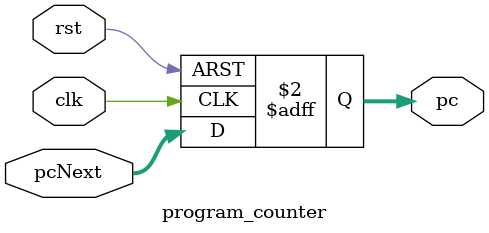
<source format=v>

module program_counter #(parameter DATA_WIDTH = 32)( // Parameterized width, default 32 bits
    input clk,                               // Clock signal
    input rst,                               // Reset signal
    input [DATA_WIDTH-1:0] pcNext,           // Next PC value (calculated externally)
    output reg [DATA_WIDTH-1:0] pc           // Output: Current PC value
);

// Sequential logic: Update the PC value on the rising edge of the clock
always @(posedge clk or posedge rst) begin
    if (rst) begin
        pc <= 0;                         // Reset PC to 0
    end else begin
        pc <= pcNext;                    // Load next PC value
    end
end

endmodule

</source>
